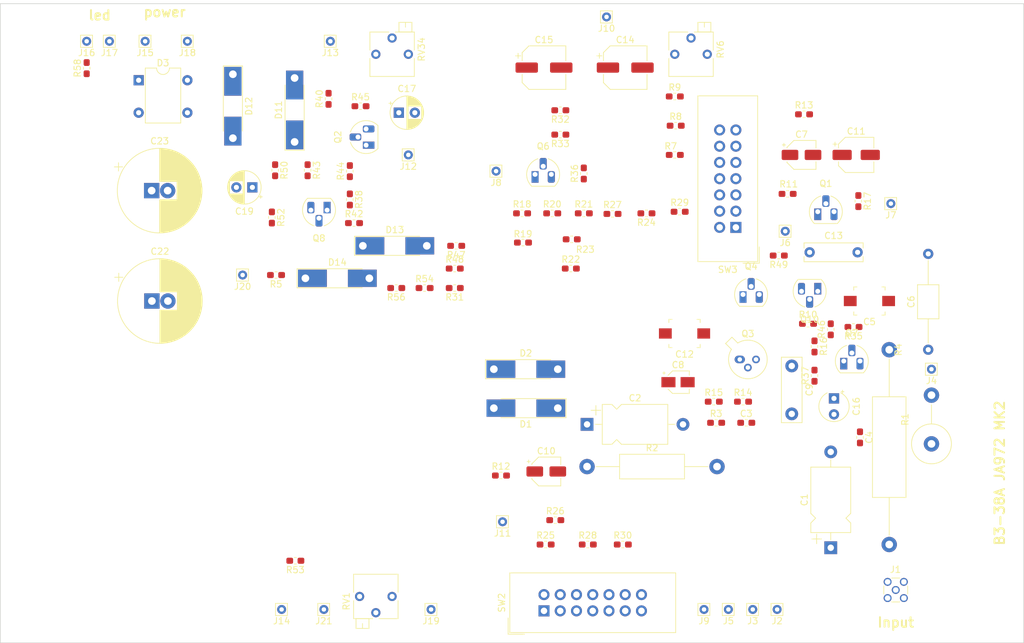
<source format=kicad_pcb>
(kicad_pcb (version 20171130) (host pcbnew "(5.1.2)-1")
  (title_block (title "V3-38A ja972") (date 2019-06-10) (rev v1) (company MYND-ideal))
  (layers (0 F.Cu signal) (31 B.Cu signal) (34 B.Paste user) (35 F.Paste user) (36 B.SilkS user) (37 F.SilkS user) (38 B.Mask user) (39 F.Mask user) (44 Edge.Cuts user))
  (net 0 "")
  (net 1 "Net-(C1-Pad2)")
  (net 2 GNDA)
  (net 3 "Net-(C2-Pad2)")
  (net 4 "Net-(C3-Pad1)")
  (net 5 "Net-(C4-Pad2)")
  (net 6 "Net-(C4-Pad1)")
  (net 7 /P8)
  (net 8 "Net-(C6-Pad2)")
  (net 9 "Net-(C7-Pad1)")
  (net 10 "Net-(C12-Pad1)")
  (net 11 "Net-(C8-Pad1)")
  (net 12 "Net-(C9-Pad1)")
  (net 13 "Net-(C10-Pad1)")
  (net 14 /P7)
  (net 15 "Net-(C11-Pad1)")
  (net 16 "Net-(C13-Pad1)")
  (net 17 "Net-(C14-Pad2)")
  (net 18 "Net-(C14-Pad1)")
  (net 19 "Net-(C15-Pad2)")
  (net 20 "Net-(C16-Pad1)")
  (net 21 "Net-(C17-Pad2)")
  (net 22 "Net-(C17-Pad1)")
  (net 23 "Net-(C19-Pad1)")
  (net 24 "Net-(C22-Pad2)")
  (net 25 "Net-(C23-Pad2)")
  (net 26 "Net-(D1-Pad1)")
  (net 27 "Net-(D3-Pad3)")
  (net 28 "Net-(D3-Pad4)")
  (net 29 "Net-(D11-Pad2)")
  (net 30 "Net-(D11-Pad1)")
  (net 31 "Net-(D13-Pad2)")
  (net 32 "Net-(D14-Pad1)")
  (net 33 "Net-(J9-Pad1)")
  (net 34 /PE2)
  (net 35 "Net-(J14-Pad1)")
  (net 36 "Net-(J16-Pad1)")
  (net 37 "Net-(J19-Pad1)")
  (net 38 "Net-(J20-Pad1)")
  (net 39 "Net-(J21-Pad1)")
  (net 40 "Net-(Q1-Pad2)")
  (net 41 "Net-(Q2-Pad2)")
  (net 42 "Net-(Q4-Pad3)")
  (net 43 "Net-(Q6-Pad1)")
  (net 44 "Net-(Q6-Pad3)")
  (net 45 "Net-(Q6-Pad2)")
  (net 46 "Net-(Q7-Pad3)")
  (net 47 "Net-(Q10-Pad1)")
  (net 48 "Net-(R9-Pad1)")
  (net 49 "Net-(R18-Pad2)")
  (net 50 "Net-(R21-Pad2)")
  (net 51 "Net-(R24-Pad2)")
  (net 52 "Net-(R27-Pad2)")
  (net 53 "Net-(R30-Pad2)")
  (net 54 "Net-(R40-Pad2)")
  (net 55 "Net-(R40-Pad1)")
  (net 56 "Net-(R47-Pad1)")
  (net 57 "Net-(R56-Pad2)")
  (net 58 "Net-(SW2-Pad1)")
  (module Resistor_THT:R_Axial_DIN0516_L15.5mm_D5.0mm_P30.48mm_Horizontal (layer F.Cu) (at 188.976 104.14 270)
    (fp_text reference R4 (at 0 -1.43 90) (layer F.SilkS))
    (fp_text value 5M11)
    (pad 2 thru_hole oval (at 30.48 0 270) (size 2.4 2.4) (drill 1.2) (layers *.Cu *.Mask) (net 5 "Net-(C4-Pad2)"))
    (pad 1 thru_hole circle (at 0 0 270) (size 2.4 2.4) (drill 1.2) (layers *.Cu *.Mask) (net 7 /P8))
  )
  (module Connector_IDC:IDC-Header_2x07_P2.54mm_Vertical (layer F.Cu) (at 165 85 180)
    (fp_text reference SW3 (at 1.27 -6.604) (layer F.SilkS))
    (fp_text value SW_Rotary12)
    (pad 14 thru_hole oval (at 2.54 15.24 180) (size 1.7272 1.7272) (drill 1.016) (layers *.Cu *.Mask))
    (pad 13 thru_hole oval (at 0 15.24 180) (size 1.7272 1.7272) (drill 1.016) (layers *.Cu *.Mask) (net 58 "Net-(SW2-Pad1)"))
    (pad 12 thru_hole oval (at 2.54 12.7 180) (size 1.7272 1.7272) (drill 1.016) (layers *.Cu *.Mask) (net 2 GNDA))
    (pad 11 thru_hole oval (at 0 12.7 180) (size 1.7272 1.7272) (drill 1.016) (layers *.Cu *.Mask) (net 2 GNDA))
    (pad 10 thru_hole oval (at 2.54 10.16 180) (size 1.7272 1.7272) (drill 1.016) (layers *.Cu *.Mask) (net 2 GNDA))
    (pad 9 thru_hole oval (at 0 10.16 180) (size 1.7272 1.7272) (drill 1.016) (layers *.Cu *.Mask) (net 2 GNDA))
    (pad 8 thru_hole oval (at 2.54 7.62 180) (size 1.7272 1.7272) (drill 1.016) (layers *.Cu *.Mask) (net 2 GNDA))
    (pad 7 thru_hole oval (at 0 7.62 180) (size 1.7272 1.7272) (drill 1.016) (layers *.Cu *.Mask) (net 2 GNDA))
    (pad 6 thru_hole oval (at 2.54 5.08 180) (size 1.7272 1.7272) (drill 1.016) (layers *.Cu *.Mask) (net 50 "Net-(R21-Pad2)"))
    (pad 5 thru_hole oval (at 0 5.08 180) (size 1.7272 1.7272) (drill 1.016) (layers *.Cu *.Mask) (net 50 "Net-(R21-Pad2)"))
    (pad 4 thru_hole oval (at 2.54 2.54 180) (size 1.7272 1.7272) (drill 1.016) (layers *.Cu *.Mask) (net 49 "Net-(R18-Pad2)"))
    (pad 3 thru_hole oval (at 0 2.54 180) (size 1.7272 1.7272) (drill 1.016) (layers *.Cu *.Mask) (net 49 "Net-(R18-Pad2)"))
    (pad 2 thru_hole oval (at 2.54 0 180) (size 1.7272 1.7272) (drill 1.016) (layers *.Cu *.Mask) (net 16 "Net-(C13-Pad1)"))
    (pad 1 thru_hole rect (at 0 0 180) (size 1.7272 1.7272) (drill 1.016) (layers *.Cu *.Mask) (net 16 "Net-(C13-Pad1)"))
  )
  (module Connector_IDC:IDC-Header_2x07_P2.54mm_Vertical (layer F.Cu) (at 135 145 90)
    (fp_text reference SW2 (at 1.27 -6.604 90) (layer F.SilkS))
    (fp_text value SW_Rotary12)
    (pad 14 thru_hole oval (at 2.54 15.24 90) (size 1.7272 1.7272) (drill 1.016) (layers *.Cu *.Mask))
    (pad 13 thru_hole oval (at 0 15.24 90) (size 1.7272 1.7272) (drill 1.016) (layers *.Cu *.Mask) (net 33 "Net-(J9-Pad1)"))
    (pad 12 thru_hole oval (at 2.54 12.7 90) (size 1.7272 1.7272) (drill 1.016) (layers *.Cu *.Mask) (net 53 "Net-(R30-Pad2)"))
    (pad 11 thru_hole oval (at 0 12.7 90) (size 1.7272 1.7272) (drill 1.016) (layers *.Cu *.Mask) (net 52 "Net-(R27-Pad2)"))
    (pad 10 thru_hole oval (at 2.54 10.16 90) (size 1.7272 1.7272) (drill 1.016) (layers *.Cu *.Mask) (net 52 "Net-(R27-Pad2)"))
    (pad 9 thru_hole oval (at 0 10.16 90) (size 1.7272 1.7272) (drill 1.016) (layers *.Cu *.Mask) (net 52 "Net-(R27-Pad2)"))
    (pad 8 thru_hole oval (at 2.54 7.62 90) (size 1.7272 1.7272) (drill 1.016) (layers *.Cu *.Mask) (net 51 "Net-(R24-Pad2)"))
    (pad 7 thru_hole oval (at 0 7.62 90) (size 1.7272 1.7272) (drill 1.016) (layers *.Cu *.Mask) (net 51 "Net-(R24-Pad2)"))
    (pad 6 thru_hole oval (at 2.54 5.08 90) (size 1.7272 1.7272) (drill 1.016) (layers *.Cu *.Mask) (net 58 "Net-(SW2-Pad1)"))
    (pad 5 thru_hole oval (at 0 5.08 90) (size 1.7272 1.7272) (drill 1.016) (layers *.Cu *.Mask) (net 58 "Net-(SW2-Pad1)"))
    (pad 4 thru_hole oval (at 2.54 2.54 90) (size 1.7272 1.7272) (drill 1.016) (layers *.Cu *.Mask) (net 58 "Net-(SW2-Pad1)"))
    (pad 3 thru_hole oval (at 0 2.54 90) (size 1.7272 1.7272) (drill 1.016) (layers *.Cu *.Mask) (net 58 "Net-(SW2-Pad1)"))
    (pad 2 thru_hole oval (at 2.54 0 90) (size 1.7272 1.7272) (drill 1.016) (layers *.Cu *.Mask) (net 58 "Net-(SW2-Pad1)"))
    (pad 1 thru_hole rect (at 0 0 90) (size 1.7272 1.7272) (drill 1.016) (layers *.Cu *.Mask) (net 58 "Net-(SW2-Pad1)"))
  )
  (module Potentiometer_THT:Potentiometer_Bourns_3266P_Horizontal (layer F.Cu) (at 113.792 57.912 270)
    (fp_text reference RV34 (at -0.76 -2.065 90) (layer F.SilkS))
    (fp_text value 220k)
    (pad 3 thru_hole circle (at 0 5.08 270) (size 1.44 1.44) (drill 0.8) (layers *.Cu *.Mask) (net 19 "Net-(C15-Pad2)"))
    (pad 2 thru_hole circle (at -2.54 2.54 270) (size 1.44 1.44) (drill 0.8) (layers *.Cu *.Mask) (net 19 "Net-(C15-Pad2)"))
    (pad 1 thru_hole circle (at 0 0 270) (size 1.44 1.44) (drill 0.8) (layers *.Cu *.Mask) (net 54 "Net-(R40-Pad2)"))
  )
  (module Potentiometer_THT:Potentiometer_Bourns_3266P_Horizontal (layer F.Cu) (at 160.528 57.912 270)
    (fp_text reference RV6 (at -0.76 -2.065 90) (layer F.SilkS))
    (fp_text value 33k)
    (pad 3 thru_hole circle (at 0 5.08 270) (size 1.44 1.44) (drill 0.8) (layers *.Cu *.Mask) (net 2 GNDA))
    (pad 2 thru_hole circle (at -2.54 2.54 270) (size 1.44 1.44) (drill 0.8) (layers *.Cu *.Mask) (net 48 "Net-(R9-Pad1)"))
    (pad 1 thru_hole circle (at 0 0 270) (size 1.44 1.44) (drill 0.8) (layers *.Cu *.Mask) (net 9 "Net-(C7-Pad1)"))
  )
  (module Potentiometer_THT:Potentiometer_Bourns_3266P_Horizontal (layer F.Cu) (at 106.172 142.748 90)
    (fp_text reference RV1 (at -0.76 -2.065 90) (layer F.SilkS))
    (fp_text value 220k)
    (pad 3 thru_hole circle (at 0 5.08 90) (size 1.44 1.44) (drill 0.8) (layers *.Cu *.Mask) (net 57 "Net-(R56-Pad2)"))
    (pad 2 thru_hole circle (at -2.54 2.54 90) (size 1.44 1.44) (drill 0.8) (layers *.Cu *.Mask) (net 39 "Net-(J21-Pad1)"))
    (pad 1 thru_hole circle (at 0 0 90) (size 1.44 1.44) (drill 0.8) (layers *.Cu *.Mask) (net 39 "Net-(J21-Pad1)"))
  )
  (module Resistor_SMD:R_0603_1608Metric_Pad1.05x0.95mm_HandSolder (layer F.Cu) (at 63.5 60.085 90)
    (fp_text reference R58 (at 0 -1.43 90) (layer F.SilkS))
    (fp_text value 6k8)
    (pad 2 smd roundrect (at 0.875 0 90) (size 1.05 0.95) (layers F.Cu F.Paste F.Mask) (net 36 "Net-(J16-Pad1)"))
    (pad 1 smd roundrect (at -0.875 0 90) (size 1.05 0.95) (layers F.Cu F.Paste F.Mask) (net 25 "Net-(C23-Pad2)"))
  )
  (module Resistor_SMD:R_0603_1608Metric_Pad1.05x0.95mm_HandSolder (layer F.Cu) (at 111.901 94.488 180)
    (fp_text reference R56 (at 0 -1.43) (layer F.SilkS))
    (fp_text value x)
    (pad 2 smd roundrect (at 0.875 0 180) (size 1.05 0.95) (layers F.Cu F.Paste F.Mask) (net 57 "Net-(R56-Pad2)"))
    (pad 1 smd roundrect (at -0.875 0 180) (size 1.05 0.95) (layers F.Cu F.Paste F.Mask) (net 31 "Net-(D13-Pad2)"))
  )
  (module Resistor_SMD:R_0603_1608Metric_Pad1.05x0.95mm_HandSolder (layer F.Cu) (at 116.332 94.488)
    (fp_text reference R54 (at 0 -1.43) (layer F.SilkS))
    (fp_text value x)
    (pad 2 smd roundrect (at 0.875 0) (size 1.05 0.95) (layers F.Cu F.Paste F.Mask) (net 37 "Net-(J19-Pad1)"))
    (pad 1 smd roundrect (at -0.875 0) (size 1.05 0.95) (layers F.Cu F.Paste F.Mask) (net 31 "Net-(D13-Pad2)"))
  )
  (module Resistor_SMD:R_0603_1608Metric_Pad1.05x0.95mm_HandSolder (layer F.Cu) (at 96.125 137.16 180)
    (fp_text reference R53 (at 0 -1.43) (layer F.SilkS))
    (fp_text value x)
    (pad 2 smd roundrect (at 0.875 0 180) (size 1.05 0.95) (layers F.Cu F.Paste F.Mask) (net 35 "Net-(J14-Pad1)"))
    (pad 1 smd roundrect (at -0.875 0 180) (size 1.05 0.95) (layers F.Cu F.Paste F.Mask) (net 32 "Net-(D14-Pad1)"))
  )
  (module Resistor_SMD:R_0603_1608Metric_Pad1.05x0.95mm_HandSolder (layer F.Cu) (at 92.456 83.453 270)
    (fp_text reference R52 (at 0 -1.43 90) (layer F.SilkS))
    (fp_text value 240)
    (pad 2 smd roundrect (at 0.875 0 270) (size 1.05 0.95) (layers F.Cu F.Paste F.Mask) (net 25 "Net-(C23-Pad2)"))
    (pad 1 smd roundrect (at -0.875 0 270) (size 1.05 0.95) (layers F.Cu F.Paste F.Mask) (net 24 "Net-(C22-Pad2)"))
  )
  (module Resistor_SMD:R_0603_1608Metric_Pad1.05x0.95mm_HandSolder (layer F.Cu) (at 92.964 76.059 270)
    (fp_text reference R50 (at 0 -1.43 90) (layer F.SilkS))
    (fp_text value 1k)
    (pad 2 smd roundrect (at 0.875 0 270) (size 1.05 0.95) (layers F.Cu F.Paste F.Mask) (net 24 "Net-(C22-Pad2)"))
    (pad 1 smd roundrect (at -0.875 0 270) (size 1.05 0.95) (layers F.Cu F.Paste F.Mask) (net 30 "Net-(D11-Pad1)"))
  )
  (module Resistor_SMD:R_0603_1608Metric_Pad1.05x0.95mm_HandSolder (layer F.Cu) (at 171.704 89.408 180)
    (fp_text reference R49 (at 0 -1.43) (layer F.SilkS))
    (fp_text value 91)
    (pad 2 smd roundrect (at 0.875 0 180) (size 1.05 0.95) (layers F.Cu F.Paste F.Mask) (net 24 "Net-(C22-Pad2)"))
    (pad 1 smd roundrect (at -0.875 0 180) (size 1.05 0.95) (layers F.Cu F.Paste F.Mask) (net 47 "Net-(Q10-Pad1)"))
  )
  (module Resistor_SMD:R_0603_1608Metric_Pad1.05x0.95mm_HandSolder (layer F.Cu) (at 121.045 91.44)
    (fp_text reference R48 (at 0 -1.43) (layer F.SilkS))
    (fp_text value x)
    (pad 2 smd roundrect (at 0.875 0) (size 1.05 0.95) (layers F.Cu F.Paste F.Mask) (net 56 "Net-(R47-Pad1)"))
    (pad 1 smd roundrect (at -0.875 0) (size 1.05 0.95) (layers F.Cu F.Paste F.Mask) (net 2 GNDA))
  )
  (module Resistor_SMD:R_0603_1608Metric_Pad1.05x0.95mm_HandSolder (layer F.Cu) (at 121.271 87.884 180)
    (fp_text reference R47 (at 0 -1.43) (layer F.SilkS))
    (fp_text value x)
    (pad 2 smd roundrect (at 0.875 0 180) (size 1.05 0.95) (layers F.Cu F.Paste F.Mask) (net 31 "Net-(D13-Pad2)"))
    (pad 1 smd roundrect (at -0.875 0 180) (size 1.05 0.95) (layers F.Cu F.Paste F.Mask) (net 56 "Net-(R47-Pad1)"))
  )
  (module Resistor_SMD:R_0603_1608Metric_Pad1.05x0.95mm_HandSolder (layer F.Cu) (at 179.832 100.951 90)
    (fp_text reference R46 (at 0 -1.43 90) (layer F.SilkS))
    (fp_text value x)
    (pad 2 smd roundrect (at 0.875 0 90) (size 1.05 0.95) (layers F.Cu F.Paste F.Mask) (net 47 "Net-(Q10-Pad1)"))
    (pad 1 smd roundrect (at -0.875 0 90) (size 1.05 0.95) (layers F.Cu F.Paste F.Mask) (net 34 /PE2))
  )
  (module Resistor_SMD:R_0603_1608Metric_Pad1.05x0.95mm_HandSolder (layer F.Cu) (at 106.313 66.04)
    (fp_text reference R45 (at 0 -1.43) (layer F.SilkS))
    (fp_text value x)
    (pad 2 smd roundrect (at 0.875 0) (size 1.05 0.95) (layers F.Cu F.Paste F.Mask) (net 21 "Net-(C17-Pad2)"))
    (pad 1 smd roundrect (at -0.875 0) (size 1.05 0.95) (layers F.Cu F.Paste F.Mask) (net 2 GNDA))
  )
  (module Resistor_SMD:R_0603_1608Metric_Pad1.05x0.95mm_HandSolder (layer F.Cu) (at 104.648 76.2 90)
    (fp_text reference R44 (at 0 -1.43 90) (layer F.SilkS))
    (fp_text value x)
    (pad 2 smd roundrect (at 0.875 0 90) (size 1.05 0.95) (layers F.Cu F.Paste F.Mask) (net 55 "Net-(R40-Pad1)"))
    (pad 1 smd roundrect (at -0.875 0 90) (size 1.05 0.95) (layers F.Cu F.Paste F.Mask) (net 2 GNDA))
  )
  (module Resistor_SMD:R_0603_1608Metric_Pad1.05x0.95mm_HandSolder (layer F.Cu) (at 98.044 76.059 270)
    (fp_text reference R43 (at 0 -1.43 90) (layer F.SilkS))
    (fp_text value x)
    (pad 2 smd roundrect (at 0.875 0 270) (size 1.05 0.95) (layers F.Cu F.Paste F.Mask) (net 23 "Net-(C19-Pad1)"))
    (pad 1 smd roundrect (at -0.875 0 270) (size 1.05 0.95) (layers F.Cu F.Paste F.Mask) (net 55 "Net-(R40-Pad1)"))
  )
  (module Resistor_SMD:R_0603_1608Metric_Pad1.05x0.95mm_HandSolder (layer F.Cu) (at 105.297 84.328)
    (fp_text reference R42 (at 0 -1.43) (layer F.SilkS))
    (fp_text value x)
    (pad 2 smd roundrect (at 0.875 0) (size 1.05 0.95) (layers F.Cu F.Paste F.Mask) (net 34 /PE2))
    (pad 1 smd roundrect (at -0.875 0) (size 1.05 0.95) (layers F.Cu F.Paste F.Mask) (net 41 "Net-(Q2-Pad2)"))
  )
  (module Resistor_SMD:R_0603_1608Metric_Pad1.05x0.95mm_HandSolder (layer F.Cu) (at 101.318 64.883 90)
    (fp_text reference R40 (at 0 -1.43 90) (layer F.SilkS))
    (fp_text value 33k)
    (pad 2 smd roundrect (at 0.875 0 90) (size 1.05 0.95) (layers F.Cu F.Paste F.Mask) (net 54 "Net-(R40-Pad2)"))
    (pad 1 smd roundrect (at -0.875 0 90) (size 1.05 0.95) (layers F.Cu F.Paste F.Mask) (net 55 "Net-(R40-Pad1)"))
  )
  (module Resistor_SMD:R_0603_1608Metric_Pad1.05x0.95mm_HandSolder (layer F.Cu) (at 104.648 80.631 270)
    (fp_text reference R38 (at 0 -1.43 90) (layer F.SilkS))
    (fp_text value x)
    (pad 2 smd roundrect (at 0.875 0 270) (size 1.05 0.95) (layers F.Cu F.Paste F.Mask) (net 46 "Net-(Q7-Pad3)"))
    (pad 1 smd roundrect (at -0.875 0 270) (size 1.05 0.95) (layers F.Cu F.Paste F.Mask) (net 2 GNDA))
  )
  (module Resistor_SMD:R_0603_1608Metric_Pad1.05x0.95mm_HandSolder (layer F.Cu) (at 177.292 108.204 90)
    (fp_text reference R37 (at 0 -1.43 90) (layer F.SilkS))
    (fp_text value x)
    (pad 2 smd roundrect (at 0.875 0 90) (size 1.05 0.95) (layers F.Cu F.Paste F.Mask) (net 34 /PE2))
    (pad 1 smd roundrect (at -0.875 0 90) (size 1.05 0.95) (layers F.Cu F.Paste F.Mask) (net 20 "Net-(C16-Pad1)"))
  )
  (module Resistor_SMD:R_0603_1608Metric_Pad1.05x0.95mm_HandSolder (layer F.Cu) (at 141.224 76.567 90)
    (fp_text reference R36 (at 0 -1.43 90) (layer F.SilkS))
    (fp_text value x)
    (pad 2 smd roundrect (at 0.875 0 90) (size 1.05 0.95) (layers F.Cu F.Paste F.Mask) (net 44 "Net-(Q6-Pad3)"))
    (pad 1 smd roundrect (at -0.875 0 90) (size 1.05 0.95) (layers F.Cu F.Paste F.Mask) (net 2 GNDA))
  )
  (module Resistor_SMD:R_0603_1608Metric_Pad1.05x0.95mm_HandSolder (layer F.Cu) (at 183.388 100.584 180)
    (fp_text reference R35 (at 0 -1.43) (layer F.SilkS))
    (fp_text value x)
    (pad 2 smd roundrect (at 0.875 0 180) (size 1.05 0.95) (layers F.Cu F.Paste F.Mask) (net 34 /PE2))
    (pad 1 smd roundrect (at -0.875 0 180) (size 1.05 0.95) (layers F.Cu F.Paste F.Mask) (net 43 "Net-(Q6-Pad1)"))
  )
  (module Resistor_SMD:R_0603_1608Metric_Pad1.05x0.95mm_HandSolder (layer F.Cu) (at 137.555 70.485 180)
    (fp_text reference R33 (at 0 -1.43) (layer F.SilkS))
    (fp_text value x)
    (pad 2 smd roundrect (at 0.875 0 180) (size 1.05 0.95) (layers F.Cu F.Paste F.Mask) (net 45 "Net-(Q6-Pad2)"))
    (pad 1 smd roundrect (at -0.875 0 180) (size 1.05 0.95) (layers F.Cu F.Paste F.Mask) (net 17 "Net-(C14-Pad2)"))
  )
  (module Resistor_SMD:R_0603_1608Metric_Pad1.05x0.95mm_HandSolder (layer F.Cu) (at 137.555 66.675 180)
    (fp_text reference R32 (at 0 -1.43) (layer F.SilkS))
    (fp_text value 22k)
    (pad 2 smd roundrect (at 0.875 0 180) (size 1.05 0.95) (layers F.Cu F.Paste F.Mask) (net 19 "Net-(C15-Pad2)"))
    (pad 1 smd roundrect (at -0.875 0 180) (size 1.05 0.95) (layers F.Cu F.Paste F.Mask) (net 17 "Net-(C14-Pad2)"))
  )
  (module Resistor_SMD:R_0603_1608Metric_Pad1.05x0.95mm_HandSolder (layer F.Cu) (at 121.045 94.488 180)
    (fp_text reference R31 (at 0 -1.43) (layer F.SilkS))
    (fp_text value x)
    (pad 2 smd roundrect (at 0.875 0 180) (size 1.05 0.95) (layers F.Cu F.Paste F.Mask) (net 2 GNDA))
    (pad 1 smd roundrect (at -0.875 0 180) (size 1.05 0.95) (layers F.Cu F.Paste F.Mask) (net 53 "Net-(R30-Pad2)"))
  )
  (module Resistor_SMD:R_0603_1608Metric_Pad1.05x0.95mm_HandSolder (layer F.Cu) (at 147.32 134.62)
    (fp_text reference R30 (at 0 -1.43) (layer F.SilkS))
    (fp_text value x)
    (pad 2 smd roundrect (at 0.875 0) (size 1.05 0.95) (layers F.Cu F.Paste F.Mask) (net 53 "Net-(R30-Pad2)"))
    (pad 1 smd roundrect (at -0.875 0) (size 1.05 0.95) (layers F.Cu F.Paste F.Mask) (net 52 "Net-(R27-Pad2)"))
  )
  (module Resistor_SMD:R_0603_1608Metric_Pad1.05x0.95mm_HandSolder (layer F.Cu) (at 156.21 82.55)
    (fp_text reference R29 (at 0 -1.43) (layer F.SilkS))
    (fp_text value x)
    (pad 2 smd roundrect (at 0.875 0) (size 1.05 0.95) (layers F.Cu F.Paste F.Mask) (net 2 GNDA))
    (pad 1 smd roundrect (at -0.875 0) (size 1.05 0.95) (layers F.Cu F.Paste F.Mask) (net 52 "Net-(R27-Pad2)"))
  )
  (module Resistor_SMD:R_0603_1608Metric_Pad1.05x0.95mm_HandSolder (layer F.Cu) (at 141.845 134.62)
    (fp_text reference R28 (at 0 -1.43) (layer F.SilkS))
    (fp_text value x)
    (pad 2 smd roundrect (at 0.875 0) (size 1.05 0.95) (layers F.Cu F.Paste F.Mask) (net 52 "Net-(R27-Pad2)"))
    (pad 1 smd roundrect (at -0.875 0) (size 1.05 0.95) (layers F.Cu F.Paste F.Mask) (net 51 "Net-(R24-Pad2)"))
  )
  (module Resistor_SMD:R_0603_1608Metric_Pad1.05x0.95mm_HandSolder (layer F.Cu) (at 145.71 82.89)
    (fp_text reference R27 (at 0 -1.43) (layer F.SilkS))
    (fp_text value x)
    (pad 2 smd roundrect (at 0.875 0) (size 1.05 0.95) (layers F.Cu F.Paste F.Mask) (net 52 "Net-(R27-Pad2)"))
    (pad 1 smd roundrect (at -0.875 0) (size 1.05 0.95) (layers F.Cu F.Paste F.Mask) (net 51 "Net-(R24-Pad2)"))
  )
  (module Resistor_SMD:R_0603_1608Metric_Pad1.05x0.95mm_HandSolder (layer F.Cu) (at 136.765 130.81)
    (fp_text reference R26 (at 0 -1.43) (layer F.SilkS))
    (fp_text value x)
    (pad 2 smd roundrect (at 0.875 0) (size 1.05 0.95) (layers F.Cu F.Paste F.Mask) (net 2 GNDA))
    (pad 1 smd roundrect (at -0.875 0) (size 1.05 0.95) (layers F.Cu F.Paste F.Mask) (net 51 "Net-(R24-Pad2)"))
  )
  (module Resistor_SMD:R_0603_1608Metric_Pad1.05x0.95mm_HandSolder (layer F.Cu) (at 135.255 134.62)
    (fp_text reference R25 (at 0 -1.43) (layer F.SilkS))
    (fp_text value x)
    (pad 2 smd roundrect (at 0.875 0) (size 1.05 0.95) (layers F.Cu F.Paste F.Mask) (net 51 "Net-(R24-Pad2)"))
    (pad 1 smd roundrect (at -0.875 0) (size 1.05 0.95) (layers F.Cu F.Paste F.Mask) (net 50 "Net-(R21-Pad2)"))
  )
  (module Resistor_SMD:R_0603_1608Metric_Pad1.05x0.95mm_HandSolder (layer F.Cu) (at 151.017 82.804 180)
    (fp_text reference R24 (at 0 -1.43) (layer F.SilkS))
    (fp_text value x)
    (pad 2 smd roundrect (at 0.875 0 180) (size 1.05 0.95) (layers F.Cu F.Paste F.Mask) (net 51 "Net-(R24-Pad2)"))
    (pad 1 smd roundrect (at -0.875 0 180) (size 1.05 0.95) (layers F.Cu F.Paste F.Mask) (net 50 "Net-(R21-Pad2)"))
  )
  (module Resistor_SMD:R_0603_1608Metric_Pad1.05x0.95mm_HandSolder (layer F.Cu) (at 139.333 86.868 180)
    (fp_text reference R23 (at -2.12 -1.595) (layer F.SilkS))
    (fp_text value x)
    (pad 2 smd roundrect (at 0.875 0 180) (size 1.05 0.95) (layers F.Cu F.Paste F.Mask) (net 2 GNDA))
    (pad 1 smd roundrect (at -0.875 0 180) (size 1.05 0.95) (layers F.Cu F.Paste F.Mask) (net 50 "Net-(R21-Pad2)"))
  )
  (module Resistor_SMD:R_0603_1608Metric_Pad1.05x0.95mm_HandSolder (layer F.Cu) (at 139.192 91.44)
    (fp_text reference R22 (at 0 -1.43) (layer F.SilkS))
    (fp_text value x)
    (pad 2 smd roundrect (at 0.875 0) (size 1.05 0.95) (layers F.Cu F.Paste F.Mask) (net 50 "Net-(R21-Pad2)"))
    (pad 1 smd roundrect (at -0.875 0) (size 1.05 0.95) (layers F.Cu F.Paste F.Mask) (net 49 "Net-(R18-Pad2)"))
  )
  (module Resistor_SMD:R_0603_1608Metric_Pad1.05x0.95mm_HandSolder (layer F.Cu) (at 141.224 82.804)
    (fp_text reference R21 (at 0 -1.43) (layer F.SilkS))
    (fp_text value x)
    (pad 2 smd roundrect (at 0.875 0) (size 1.05 0.95) (layers F.Cu F.Paste F.Mask) (net 50 "Net-(R21-Pad2)"))
    (pad 1 smd roundrect (at -0.875 0) (size 1.05 0.95) (layers F.Cu F.Paste F.Mask) (net 49 "Net-(R18-Pad2)"))
  )
  (module Resistor_SMD:R_0603_1608Metric_Pad1.05x0.95mm_HandSolder (layer F.Cu) (at 136.285 82.804)
    (fp_text reference R20 (at 0 -1.43) (layer F.SilkS))
    (fp_text value x)
    (pad 2 smd roundrect (at 0.875 0) (size 1.05 0.95) (layers F.Cu F.Paste F.Mask) (net 2 GNDA))
    (pad 1 smd roundrect (at -0.875 0) (size 1.05 0.95) (layers F.Cu F.Paste F.Mask) (net 49 "Net-(R18-Pad2)"))
  )
  (module Resistor_SMD:R_0603_1608Metric_Pad1.05x0.95mm_HandSolder (layer F.Cu) (at 131.713 87.376)
    (fp_text reference R19 (at 0 -1.334) (layer F.SilkS))
    (fp_text value x)
    (pad 2 smd roundrect (at 0.875 0) (size 1.05 0.95) (layers F.Cu F.Paste F.Mask) (net 49 "Net-(R18-Pad2)"))
    (pad 1 smd roundrect (at -0.875 0) (size 1.05 0.95) (layers F.Cu F.Paste F.Mask) (net 14 /P7))
  )
  (module Resistor_SMD:R_0603_1608Metric_Pad1.05x0.95mm_HandSolder (layer F.Cu) (at 131.572 82.804)
    (fp_text reference R18 (at 0 -1.43) (layer F.SilkS))
    (fp_text value x)
    (pad 2 smd roundrect (at 0.875 0) (size 1.05 0.95) (layers F.Cu F.Paste F.Mask) (net 49 "Net-(R18-Pad2)"))
    (pad 1 smd roundrect (at -0.875 0) (size 1.05 0.95) (layers F.Cu F.Paste F.Mask) (net 14 /P7))
  )
  (module Resistor_SMD:R_0603_1608Metric_Pad1.05x0.95mm_HandSolder (layer F.Cu) (at 184.15 80.885 270)
    (fp_text reference R17 (at 0 -1.43 90) (layer F.SilkS))
    (fp_text value x)
    (pad 2 smd roundrect (at 0.875 0 270) (size 1.05 0.95) (layers F.Cu F.Paste F.Mask) (net 16 "Net-(C13-Pad1)"))
    (pad 1 smd roundrect (at -0.875 0 270) (size 1.05 0.95) (layers F.Cu F.Paste F.Mask) (net 14 /P7))
  )
  (module Resistor_SMD:R_0603_1608Metric_Pad1.05x0.95mm_HandSolder (layer F.Cu) (at 177.292 103.632 270)
    (fp_text reference R16 (at 0 -1.43 90) (layer F.SilkS))
    (fp_text value x)
    (pad 2 smd roundrect (at 0.875 0 270) (size 1.05 0.95) (layers F.Cu F.Paste F.Mask) (net 34 /PE2))
    (pad 1 smd roundrect (at -0.875 0 270) (size 1.05 0.95) (layers F.Cu F.Paste F.Mask) (net 9 "Net-(C7-Pad1)"))
  )
  (module Resistor_SMD:R_0603_1608Metric_Pad1.05x0.95mm_HandSolder (layer F.Cu) (at 161.544 112.268)
    (fp_text reference R15 (at 0 -1.43) (layer F.SilkS))
    (fp_text value x)
    (pad 2 smd roundrect (at 0.875 0) (size 1.05 0.95) (layers F.Cu F.Paste F.Mask) (net 10 "Net-(C12-Pad1)"))
    (pad 1 smd roundrect (at -0.875 0) (size 1.05 0.95) (layers F.Cu F.Paste F.Mask) (net 2 GNDA))
  )
  (module Resistor_SMD:R_0603_1608Metric_Pad1.05x0.95mm_HandSolder (layer F.Cu) (at 166.116 112.268)
    (fp_text reference R14 (at 0 -1.43) (layer F.SilkS))
    (fp_text value 1k)
    (pad 2 smd roundrect (at 0.875 0) (size 1.05 0.95) (layers F.Cu F.Paste F.Mask) (net 15 "Net-(C11-Pad1)"))
    (pad 1 smd roundrect (at -0.875 0) (size 1.05 0.95) (layers F.Cu F.Paste F.Mask) (net 10 "Net-(C12-Pad1)"))
  )
  (module Resistor_SMD:R_0603_1608Metric_Pad1.05x0.95mm_HandSolder (layer F.Cu) (at 175.655 67.31)
    (fp_text reference R13 (at 0 -1.43) (layer F.SilkS))
    (fp_text value 220k)
    (pad 2 smd roundrect (at 0.875 0) (size 1.05 0.95) (layers F.Cu F.Paste F.Mask) (net 13 "Net-(C10-Pad1)"))
    (pad 1 smd roundrect (at -0.875 0) (size 1.05 0.95) (layers F.Cu F.Paste F.Mask) (net 2 GNDA))
  )
  (module Resistor_SMD:R_0603_1608Metric_Pad1.05x0.95mm_HandSolder (layer F.Cu) (at 128.27 123.825)
    (fp_text reference R12 (at 0 -1.43) (layer F.SilkS))
    (fp_text value 220k)
    (pad 2 smd roundrect (at 0.875 0) (size 1.05 0.95) (layers F.Cu F.Paste F.Mask) (net 42 "Net-(Q4-Pad3)"))
    (pad 1 smd roundrect (at -0.875 0) (size 1.05 0.95) (layers F.Cu F.Paste F.Mask) (net 13 "Net-(C10-Pad1)"))
  )
  (module Resistor_SMD:R_0603_1608Metric_Pad1.05x0.95mm_HandSolder (layer F.Cu) (at 173.087 79.756)
    (fp_text reference R11 (at 0.171267 -1.524) (layer F.SilkS))
    (fp_text value x)
    (pad 2 smd roundrect (at 0.875 0) (size 1.05 0.95) (layers F.Cu F.Paste F.Mask) (net 9 "Net-(C7-Pad1)"))
    (pad 1 smd roundrect (at -0.875 0) (size 1.05 0.95) (layers F.Cu F.Paste F.Mask) (net 40 "Net-(Q1-Pad2)"))
  )
  (module Resistor_SMD:R_0603_1608Metric_Pad1.05x0.95mm_HandSolder (layer F.Cu) (at 176.276 100.076)
    (fp_text reference R10 (at 0 -1.43) (layer F.SilkS))
    (fp_text value x)
    (pad 2 smd roundrect (at 0.875 0) (size 1.05 0.95) (layers F.Cu F.Paste F.Mask) (net 9 "Net-(C7-Pad1)"))
    (pad 1 smd roundrect (at -0.875 0) (size 1.05 0.95) (layers F.Cu F.Paste F.Mask) (net 12 "Net-(C9-Pad1)"))
  )
  (module Resistor_SMD:R_0603_1608Metric_Pad1.05x0.95mm_HandSolder (layer F.Cu) (at 155.448 64.516)
    (fp_text reference R9 (at 0 -1.43) (layer F.SilkS))
    (fp_text value 220k)
    (pad 2 smd roundrect (at 0.875 0) (size 1.05 0.95) (layers F.Cu F.Paste F.Mask) (net 11 "Net-(C8-Pad1)"))
    (pad 1 smd roundrect (at -0.875 0) (size 1.05 0.95) (layers F.Cu F.Paste F.Mask) (net 48 "Net-(R9-Pad1)"))
  )
  (module Resistor_SMD:R_0603_1608Metric_Pad1.05x0.95mm_HandSolder (layer F.Cu) (at 155.589 69.088)
    (fp_text reference R8 (at 0 -1.43) (layer F.SilkS))
    (fp_text value 2M7)
    (pad 2 smd roundrect (at 0.875 0) (size 1.05 0.95) (layers F.Cu F.Paste F.Mask) (net 26 "Net-(D1-Pad1)"))
    (pad 1 smd roundrect (at -0.875 0) (size 1.05 0.95) (layers F.Cu F.Paste F.Mask) (net 11 "Net-(C8-Pad1)"))
  )
  (module Resistor_SMD:R_0603_1608Metric_Pad1.05x0.95mm_HandSolder (layer F.Cu) (at 155.448 73.66)
    (fp_text reference R7 (at -0.634 -1.372) (layer F.SilkS))
    (fp_text value 510)
    (pad 2 smd roundrect (at 0.875 0) (size 1.05 0.95) (layers F.Cu F.Paste F.Mask) (net 8 "Net-(C6-Pad2)"))
    (pad 1 smd roundrect (at -0.875 0) (size 1.05 0.95) (layers F.Cu F.Paste F.Mask) (net 26 "Net-(D1-Pad1)"))
  )
  (module Resistor_SMD:R_0603_1608Metric_Pad1.05x0.95mm_HandSolder (layer F.Cu) (at 93.105 92.456 180)
    (fp_text reference R5 (at 0 -1.43) (layer F.SilkS))
    (fp_text value x)
    (pad 2 smd roundrect (at 0.875 0 180) (size 1.05 0.95) (layers F.Cu F.Paste F.Mask) (net 38 "Net-(J20-Pad1)"))
    (pad 1 smd roundrect (at -0.875 0 180) (size 1.05 0.95) (layers F.Cu F.Paste F.Mask) (net 32 "Net-(D14-Pad1)"))
  )
  (module Resistor_SMD:R_0603_1608Metric_Pad1.05x0.95mm_HandSolder (layer F.Cu) (at 161.911 115.57)
    (fp_text reference R3 (at 0 -1.43) (layer F.SilkS))
    (fp_text value 7k5)
    (pad 2 smd roundrect (at 0.875 0) (size 1.05 0.95) (layers F.Cu F.Paste F.Mask) (net 4 "Net-(C3-Pad1)"))
    (pad 1 smd roundrect (at -0.875 0) (size 1.05 0.95) (layers F.Cu F.Paste F.Mask) (net 2 GNDA))
  )
  (module Resistor_THT:R_Axial_DIN0411_L9.9mm_D3.6mm_P20.32mm_Horizontal (layer F.Cu) (at 141.732 122.428)
    (fp_text reference R2 (at 10.16 -2.92) (layer F.SilkS))
    (fp_text value 5k11)
    (pad 2 thru_hole oval (at 20.32 0) (size 2.4 2.4) (drill 1.2) (layers *.Cu *.Mask) (net 3 "Net-(C2-Pad2)"))
    (pad 1 thru_hole circle (at 0 0) (size 2.4 2.4) (drill 1.2) (layers *.Cu *.Mask) (net 2 GNDA))
  )
  (module Resistor_THT:R_Axial_DIN0617_L17.0mm_D6.0mm_P7.62mm_Vertical (layer F.Cu) (at 195.58 118.872 90)
    (fp_text reference R1 (at 3.81 -4.12 90) (layer F.SilkS))
    (fp_text value 5M11)
    (pad 2 thru_hole oval (at 7.62 0 90) (size 2.4 2.4) (drill 1.2) (layers *.Cu *.Mask) (net 3 "Net-(C2-Pad2)"))
    (pad 1 thru_hole circle (at 0 0 90) (size 2.4 2.4) (drill 1.2) (layers *.Cu *.Mask) (net 1 "Net-(C1-Pad2)"))
  )
  (module Package_TO_SOT_THT:TO-92_HandSolder (layer F.Cu) (at 177.8 94.996 180)
    (fp_text reference Q10 (at 1.27 -4.4) (layer F.SilkS))
    (fp_text value 3107B)
    (pad 1 thru_hole rect (at 0 0 180) (size 1.1 1.8) (drill 0.75 (offset 0 0.4)) (layers *.Cu *.Mask) (net 47 "Net-(Q10-Pad1)"))
    (pad 3 thru_hole roundrect (at 2.54 0 180) (size 1.1 1.8) (drill 0.75 (offset 0 0.4)) (layers *.Cu *.Mask) (net 34 /PE2))
    (pad 2 thru_hole roundrect (at 1.27 -1.27 180) (size 1.1 1.8) (drill 0.75 (offset 0 -0.4)) (layers *.Cu *.Mask) (net 30 "Net-(D11-Pad1)"))
  )
  (module Package_TO_SOT_THT:TO-92_HandSolder (layer F.Cu) (at 101.092 82.296 180)
    (fp_text reference Q8 (at 1.27 -4.4) (layer F.SilkS))
    (fp_text value 3107B)
    (pad 1 thru_hole rect (at 0 0 180) (size 1.1 1.8) (drill 0.75 (offset 0 0.4)) (layers *.Cu *.Mask) (net 41 "Net-(Q2-Pad2)"))
    (pad 3 thru_hole roundrect (at 2.54 0 180) (size 1.1 1.8) (drill 0.75 (offset 0 0.4)) (layers *.Cu *.Mask) (net 23 "Net-(C19-Pad1)"))
    (pad 2 thru_hole roundrect (at 1.27 -1.27 180) (size 1.1 1.8) (drill 0.75 (offset 0 -0.4)) (layers *.Cu *.Mask) (net 46 "Net-(Q7-Pad3)"))
  )
  (module Package_TO_SOT_THT:TO-92_HandSolder (layer F.Cu) (at 181.864 105.918)
    (fp_text reference Q7 (at 1.27 -4.4) (layer F.SilkS))
    (fp_text value 3107B)
    (pad 1 thru_hole rect (at 0 0) (size 1.1 1.8) (drill 0.75 (offset 0 0.4)) (layers *.Cu *.Mask) (net 20 "Net-(C16-Pad1)"))
    (pad 3 thru_hole roundrect (at 2.54 0) (size 1.1 1.8) (drill 0.75 (offset 0 0.4)) (layers *.Cu *.Mask) (net 46 "Net-(Q7-Pad3)"))
    (pad 2 thru_hole roundrect (at 1.27 -1.27) (size 1.1 1.8) (drill 0.75 (offset 0 -0.4)) (layers *.Cu *.Mask) (net 43 "Net-(Q6-Pad1)"))
  )
  (module Package_TO_SOT_THT:TO-92_HandSolder (layer F.Cu) (at 133.604 76.708)
    (fp_text reference Q6 (at 1.27 -4.4) (layer F.SilkS))
    (fp_text value 3107B)
    (pad 1 thru_hole rect (at 0 0) (size 1.1 1.8) (drill 0.75 (offset 0 0.4)) (layers *.Cu *.Mask) (net 43 "Net-(Q6-Pad1)"))
    (pad 3 thru_hole roundrect (at 2.54 0) (size 1.1 1.8) (drill 0.75 (offset 0 0.4)) (layers *.Cu *.Mask) (net 44 "Net-(Q6-Pad3)"))
    (pad 2 thru_hole roundrect (at 1.27 -1.27) (size 1.1 1.8) (drill 0.75 (offset 0 -0.4)) (layers *.Cu *.Mask) (net 45 "Net-(Q6-Pad2)"))
  )
  (module Package_TO_SOT_THT:TO-92_HandSolder (layer F.Cu) (at 166.116 95.504)
    (fp_text reference Q4 (at 1.27 -4.4) (layer F.SilkS))
    (fp_text value 3107B)
    (pad 1 thru_hole rect (at 0 0) (size 1.1 1.8) (drill 0.75 (offset 0 0.4)) (layers *.Cu *.Mask) (net 40 "Net-(Q1-Pad2)"))
    (pad 3 thru_hole roundrect (at 2.54 0) (size 1.1 1.8) (drill 0.75 (offset 0 0.4)) (layers *.Cu *.Mask) (net 42 "Net-(Q4-Pad3)"))
    (pad 2 thru_hole roundrect (at 1.27 -1.27) (size 1.1 1.8) (drill 0.75 (offset 0 -0.4)) (layers *.Cu *.Mask) (net 12 "Net-(C9-Pad1)"))
  )
  (module Package_TO_SOT_THT:TO-18-3 (layer F.Cu) (at 165.608 105.664)
    (fp_text reference Q3 (at 1.27 -4.02) (layer F.SilkS))
    (fp_text value kp103l)
    (pad 3 thru_hole oval (at 2.54 0) (size 1.2 1.2) (drill 0.7) (layers *.Cu *.Mask) (net 12 "Net-(C9-Pad1)"))
    (pad 2 thru_hole oval (at 1.27 1.27) (size 1.2 1.2) (drill 0.7) (layers *.Cu *.Mask) (net 26 "Net-(D1-Pad1)"))
    (pad 1 thru_hole oval (at 0 0) (size 1.6 1.2) (drill 0.7) (layers *.Cu *.Mask) (net 10 "Net-(C12-Pad1)"))
  )
  (module Package_TO_SOT_THT:TO-92_HandSolder (layer F.Cu) (at 107.188 72.136 90)
    (fp_text reference Q2 (at 1.27 -4.4 90) (layer F.SilkS))
    (fp_text value 3107B)
    (pad 1 thru_hole rect (at 0 0 90) (size 1.1 1.8) (drill 0.75 (offset 0 0.4)) (layers *.Cu *.Mask) (net 34 /PE2))
    (pad 3 thru_hole roundrect (at 2.54 0 90) (size 1.1 1.8) (drill 0.75 (offset 0 0.4)) (layers *.Cu *.Mask) (net 21 "Net-(C17-Pad2)"))
    (pad 2 thru_hole roundrect (at 1.27 -1.27 90) (size 1.1 1.8) (drill 0.75 (offset 0 -0.4)) (layers *.Cu *.Mask) (net 41 "Net-(Q2-Pad2)"))
  )
  (module Package_TO_SOT_THT:TO-92_HandSolder (layer F.Cu) (at 177.8 82.55)
    (fp_text reference Q1 (at 1.27 -4.4) (layer F.SilkS))
    (fp_text value 3107B)
    (pad 1 thru_hole rect (at 0 0) (size 1.1 1.8) (drill 0.75 (offset 0 0.4)) (layers *.Cu *.Mask) (net 9 "Net-(C7-Pad1)"))
    (pad 3 thru_hole roundrect (at 2.54 0) (size 1.1 1.8) (drill 0.75 (offset 0 0.4)) (layers *.Cu *.Mask) (net 15 "Net-(C11-Pad1)"))
    (pad 2 thru_hole roundrect (at 1.27 -1.27) (size 1.1 1.8) (drill 0.75 (offset 0 -0.4)) (layers *.Cu *.Mask) (net 40 "Net-(Q1-Pad2)"))
  )
  (module Connector_Pin:Pin_D0.7mm_L6.5mm_W1.8mm_FlatFork (layer F.Cu) (at 100.584 144.78)
    (fp_text reference J21 (at 0 1.8) (layer F.SilkS))
    (fp_text value P5)
    (pad 1 thru_hole circle (at 0 0) (size 1.4 1.4) (drill 0.7) (layers *.Cu *.Mask) (net 39 "Net-(J21-Pad1)"))
  )
  (module Connector_Pin:Pin_D0.7mm_L6.5mm_W1.8mm_FlatFork (layer F.Cu) (at 87.884 92.456)
    (fp_text reference J20 (at 0 1.8) (layer F.SilkS))
    (fp_text value P5)
    (pad 1 thru_hole circle (at 0 0) (size 1.4 1.4) (drill 0.7) (layers *.Cu *.Mask) (net 38 "Net-(J20-Pad1)"))
  )
  (module Connector_Pin:Pin_D0.7mm_L6.5mm_W1.8mm_FlatFork (layer F.Cu) (at 117.348 144.78)
    (fp_text reference J19 (at 0 1.8) (layer F.SilkS))
    (fp_text value P5)
    (pad 1 thru_hole circle (at 0 0) (size 1.4 1.4) (drill 0.7) (layers *.Cu *.Mask) (net 37 "Net-(J19-Pad1)"))
  )
  (module Connector_Pin:Pin_D0.7mm_L6.5mm_W1.8mm_FlatFork (layer F.Cu) (at 79.248 55.88)
    (fp_text reference J18 (at 0 1.8) (layer F.SilkS))
    (fp_text value P3)
    (pad 1 thru_hole circle (at 0 0) (size 1.4 1.4) (drill 0.7) (layers *.Cu *.Mask) (net 28 "Net-(D3-Pad4)"))
  )
  (module Connector_Pin:Pin_D0.7mm_L6.5mm_W1.8mm_FlatFork (layer F.Cu) (at 67.056 55.88)
    (fp_text reference J17 (at 0 1.8) (layer F.SilkS))
    (fp_text value P1)
    (pad 1 thru_hole circle (at 0 0) (size 1.4 1.4) (drill 0.7) (layers *.Cu *.Mask) (net 27 "Net-(D3-Pad3)"))
  )
  (module Connector_Pin:Pin_D0.7mm_L6.5mm_W1.8mm_FlatFork (layer F.Cu) (at 63.5 55.88)
    (fp_text reference J16 (at 0 1.8) (layer F.SilkS))
    (fp_text value P4)
    (pad 1 thru_hole circle (at 0 0) (size 1.4 1.4) (drill 0.7) (layers *.Cu *.Mask) (net 36 "Net-(J16-Pad1)"))
  )
  (module Connector_Pin:Pin_D0.7mm_L6.5mm_W1.8mm_FlatFork (layer F.Cu) (at 72.644 55.88)
    (fp_text reference J15 (at 0 1.8) (layer F.SilkS))
    (fp_text value P2)
    (pad 1 thru_hole circle (at 0 0) (size 1.4 1.4) (drill 0.7) (layers *.Cu *.Mask) (net 2 GNDA))
  )
  (module Connector_Pin:Pin_D0.7mm_L6.5mm_W1.8mm_FlatFork (layer F.Cu) (at 93.98 144.78)
    (fp_text reference J14 (at 0 1.8) (layer F.SilkS))
    (fp_text value P6)
    (pad 1 thru_hole circle (at 0 0) (size 1.4 1.4) (drill 0.7) (layers *.Cu *.Mask) (net 35 "Net-(J14-Pad1)"))
  )
  (module Connector_Pin:Pin_D0.7mm_L6.5mm_W1.8mm_FlatFork (layer F.Cu) (at 101.6 55.88)
    (fp_text reference J13 (at 0 1.8) (layer F.SilkS))
    (fp_text value E3)
    (pad 1 thru_hole circle (at 0 0) (size 1.4 1.4) (drill 0.7) (layers *.Cu *.Mask) (net 21 "Net-(C17-Pad2)"))
  )
  (module Connector_Pin:Pin_D0.7mm_L6.5mm_W1.8mm_FlatFork (layer F.Cu) (at 113.792 73.66)
    (fp_text reference J12 (at 0 1.8) (layer F.SilkS))
    (fp_text value E2)
    (pad 1 thru_hole circle (at 0 0) (size 1.4 1.4) (drill 0.7) (layers *.Cu *.Mask) (net 34 /PE2))
  )
  (module Connector_Pin:Pin_D0.7mm_L6.5mm_W1.8mm_FlatFork (layer F.Cu) (at 128.524 131.064)
    (fp_text reference J11 (at 0 1.8) (layer F.SilkS))
    (fp_text value P11)
    (pad 1 thru_hole circle (at 0 0) (size 1.4 1.4) (drill 0.7) (layers *.Cu *.Mask) (net 2 GNDA))
  )
  (module Connector_Pin:Pin_D0.7mm_L6.5mm_W1.8mm_FlatFork (layer F.Cu) (at 144.78 52.07)
    (fp_text reference J10 (at 0 1.8) (layer F.SilkS))
    (fp_text value P10)
    (pad 1 thru_hole circle (at 0 0) (size 1.4 1.4) (drill 0.7) (layers *.Cu *.Mask) (net 18 "Net-(C14-Pad1)"))
  )
  (module Connector_Pin:Pin_D0.7mm_L6.5mm_W1.8mm_FlatFork (layer F.Cu) (at 160.02 144.78)
    (fp_text reference J9 (at 0 1.8) (layer F.SilkS))
    (fp_text value P10)
    (pad 1 thru_hole circle (at 0 0) (size 1.4 1.4) (drill 0.7) (layers *.Cu *.Mask) (net 33 "Net-(J9-Pad1)"))
  )
  (module Connector_Pin:Pin_D0.7mm_L6.5mm_W1.8mm_FlatFork (layer F.Cu) (at 127.508 76.2)
    (fp_text reference J8 (at 0 1.8) (layer F.SilkS))
    (fp_text value P7)
    (pad 1 thru_hole circle (at 0 0) (size 1.4 1.4) (drill 0.7) (layers *.Cu *.Mask) (net 14 /P7))
  )
  (module Connector_Pin:Pin_D0.7mm_L6.5mm_W1.8mm_FlatFork (layer F.Cu) (at 189.23 81.28)
    (fp_text reference J7 (at 0 1.8) (layer F.SilkS))
    (fp_text value P7)
    (pad 1 thru_hole circle (at 0 0) (size 1.4 1.4) (drill 0.7) (layers *.Cu *.Mask) (net 14 /P7))
  )
  (module Connector_Pin:Pin_D0.7mm_L6.5mm_W1.8mm_FlatFork (layer F.Cu) (at 172.72 85.6)
    (fp_text reference J6 (at 0 1.8) (layer F.SilkS))
    (fp_text value E1)
    (pad 1 thru_hole circle (at 0 0) (size 1.4 1.4) (drill 0.7) (layers *.Cu *.Mask) (net 15 "Net-(C11-Pad1)"))
  )
  (module Connector_Pin:Pin_D0.7mm_L6.5mm_W1.8mm_FlatFork (layer F.Cu) (at 163.83 144.78)
    (fp_text reference J5 (at 0 1.8) (layer F.SilkS))
    (fp_text value PGM_SWITCH2)
    (pad 1 thru_hole circle (at 0 0) (size 1.4 1.4) (drill 0.7) (layers *.Cu *.Mask) (net 7 /P8))
  )
  (module Connector_Pin:Pin_D0.7mm_L6.5mm_W1.8mm_FlatFork (layer F.Cu) (at 195.58 107.188)
    (fp_text reference J4 (at 0 1.8) (layer F.SilkS))
    (fp_text value PGM_SWITCH3)
    (pad 1 thru_hole circle (at 0 0) (size 1.4 1.4) (drill 0.7) (layers *.Cu *.Mask) (net 3 "Net-(C2-Pad2)"))
  )
  (module Connector_Pin:Pin_D0.7mm_L6.5mm_W1.8mm_FlatFork (layer F.Cu) (at 167.64 144.78)
    (fp_text reference J3 (at 0 1.8) (layer F.SilkS))
    (fp_text value PGM_SWITCH2)
    (pad 1 thru_hole circle (at 0 0) (size 1.4 1.4) (drill 0.7) (layers *.Cu *.Mask) (net 7 /P8))
  )
  (module Connector_Pin:Pin_D0.7mm_L6.5mm_W1.8mm_FlatFork (layer F.Cu) (at 171.45 144.78)
    (fp_text reference J2 (at 0 1.8) (layer F.SilkS))
    (fp_text value PGM_SWITCH1)
    (pad 1 thru_hole circle (at 0 0) (size 1.4 1.4) (drill 0.7) (layers *.Cu *.Mask) (net 5 "Net-(C4-Pad2)"))
  )
  (module Connector_Coaxial:MMCX_Molex_73415-1471_Vertical (layer F.Cu) (at 189.992 141.732)
    (fp_text reference J1 (at -0.04 -3.2) (layer F.SilkS))
    (fp_text value Conn_Coaxial)
    (pad 2 thru_hole circle (at -1.27 1.27) (size 1.24 1.24) (drill 0.84) (layers *.Cu *.Mask) (net 2 GNDA))
    (pad 2 thru_hole circle (at 1.27 -1.27) (size 1.24 1.24) (drill 0.84) (layers *.Cu *.Mask) (net 2 GNDA))
    (pad 2 thru_hole circle (at 1.27 1.27) (size 1.24 1.24) (drill 0.84) (layers *.Cu *.Mask) (net 2 GNDA))
    (pad 2 thru_hole circle (at -1.27 -1.27) (size 1.24 1.24) (drill 0.84) (layers *.Cu *.Mask) (net 2 GNDA))
    (pad 1 thru_hole circle (at 0 0) (size 1.24 1.24) (drill 0.84) (layers *.Cu *.Mask) (net 5 "Net-(C4-Pad2)"))
  )
  (module Diode_SMD:D_MELF-RM10_Universal_Handsoldering (layer F.Cu) (at 102.696 92.964)
    (fp_text reference D14 (at 0 -2.5) (layer F.SilkS))
    (fp_text value KD522B)
    (pad 2 thru_hole rect (at 5 0 180) (size 4.5 2.7) (drill 1.19888 (offset 1.1 0)) (layers *.Cu *.Mask) (net 22 "Net-(C17-Pad1)"))
    (pad 1 thru_hole rect (at -5 0) (size 4.5 2.7) (drill 1.19888 (offset 1.1 0)) (layers *.Cu *.Mask) (net 32 "Net-(D14-Pad1)"))
  )
  (module Diode_SMD:D_MELF-RM10_Universal_Handsoldering (layer F.Cu) (at 111.68 87.884)
    (fp_text reference D13 (at 0 -2.5) (layer F.SilkS))
    (fp_text value KD522B)
    (pad 2 thru_hole rect (at 5 0 180) (size 4.5 2.7) (drill 1.19888 (offset 1.1 0)) (layers *.Cu *.Mask) (net 31 "Net-(D13-Pad2)"))
    (pad 1 thru_hole rect (at -5 0) (size 4.5 2.7) (drill 1.19888 (offset 1.1 0)) (layers *.Cu *.Mask) (net 22 "Net-(C17-Pad1)"))
  )
  (module Diode_SMD:D_MELF-RM10_Universal_Handsoldering (layer F.Cu) (at 86.36 66.04 270)
    (fp_text reference D12 (at 0 -2.5 90) (layer F.SilkS))
    (fp_text value 12V)
    (pad 2 thru_hole rect (at 5 0 90) (size 4.5 2.7) (drill 1.19888 (offset 1.1 0)) (layers *.Cu *.Mask) (net 2 GNDA))
    (pad 1 thru_hole rect (at -5 0 270) (size 4.5 2.7) (drill 1.19888 (offset 1.1 0)) (layers *.Cu *.Mask) (net 29 "Net-(D11-Pad2)"))
  )
  (module Diode_SMD:D_MELF-RM10_Universal_Handsoldering (layer F.Cu) (at 96.012 66.628 90)
    (fp_text reference D11 (at 0 -2.5 90) (layer F.SilkS))
    (fp_text value 12V)
    (pad 2 thru_hole rect (at 5 0 270) (size 4.5 2.7) (drill 1.19888 (offset 1.1 0)) (layers *.Cu *.Mask) (net 29 "Net-(D11-Pad2)"))
    (pad 1 thru_hole rect (at -5 0 90) (size 4.5 2.7) (drill 1.19888 (offset 1.1 0)) (layers *.Cu *.Mask) (net 30 "Net-(D11-Pad1)"))
  )
  (module Diode_THT:Diode_Bridge_DIP-4_W7.62mm_P5.08mm (layer F.Cu) (at 71.628 61.976)
    (fp_text reference D3 (at 3.8 -2.7) (layer F.SilkS))
    (fp_text value D_Bridge_+-AA)
    (pad 1 thru_hole rect (at 0 0) (size 1.6 1.6) (drill 0.8) (layers *.Cu *.Mask) (net 2 GNDA))
    (pad 3 thru_hole oval (at 7.62 5.08) (size 1.6 1.6) (drill 0.8) (layers *.Cu *.Mask) (net 27 "Net-(D3-Pad3)"))
    (pad 2 thru_hole oval (at 0 5.08) (size 1.6 1.6) (drill 0.8) (layers *.Cu *.Mask) (net 25 "Net-(C23-Pad2)"))
    (pad 4 thru_hole oval (at 7.62 0) (size 1.6 1.6) (drill 0.8) (layers *.Cu *.Mask) (net 28 "Net-(D3-Pad4)"))
  )
  (module Diode_SMD:D_MELF-RM10_Universal_Handsoldering (layer F.Cu) (at 132.16 107.188)
    (fp_text reference D2 (at 0 -2.5) (layer F.SilkS))
    (fp_text value KD522B)
    (pad 2 thru_hole rect (at 5 0 180) (size 4.5 2.7) (drill 1.19888 (offset 1.1 0)) (layers *.Cu *.Mask) (net 26 "Net-(D1-Pad1)"))
    (pad 1 thru_hole rect (at -5 0) (size 4.5 2.7) (drill 1.19888 (offset 1.1 0)) (layers *.Cu *.Mask) (net 11 "Net-(C8-Pad1)"))
  )
  (module Diode_SMD:D_MELF-RM10_Universal_Handsoldering (layer F.Cu) (at 132.16 113.284 180)
    (fp_text reference D1 (at 0 -2.5) (layer F.SilkS))
    (fp_text value KD522B)
    (pad 2 thru_hole rect (at 5 0) (size 4.5 2.7) (drill 1.19888 (offset 1.1 0)) (layers *.Cu *.Mask) (net 11 "Net-(C8-Pad1)"))
    (pad 1 thru_hole rect (at -5 0 180) (size 4.5 2.7) (drill 1.19888 (offset 1.1 0)) (layers *.Cu *.Mask) (net 26 "Net-(D1-Pad1)"))
  )
  (module Capacitor_THT:CP_Radial_D13.0mm_P2.50mm (layer F.Cu) (at 73.66 79.248)
    (fp_text reference C23 (at 1.25 -7.75) (layer F.SilkS))
    (fp_text value 50u/100v)
    (pad 2 thru_hole circle (at 2.5 0) (size 2.4 2.4) (drill 1.2) (layers *.Cu *.Mask) (net 25 "Net-(C23-Pad2)"))
    (pad 1 thru_hole rect (at 0 0) (size 2.4 2.4) (drill 1.2) (layers *.Cu *.Mask) (net 2 GNDA))
  )
  (module Capacitor_THT:CP_Radial_D13.0mm_P2.50mm (layer F.Cu) (at 73.7 96.52)
    (fp_text reference C22 (at 1.25 -7.75) (layer F.SilkS))
    (fp_text value 100u/50v)
    (pad 2 thru_hole circle (at 2.5 0) (size 2.4 2.4) (drill 1.2) (layers *.Cu *.Mask) (net 24 "Net-(C22-Pad2)"))
    (pad 1 thru_hole rect (at 0 0) (size 2.4 2.4) (drill 1.2) (layers *.Cu *.Mask) (net 2 GNDA))
  )
  (module Capacitor_THT:CP_Radial_D5.0mm_P2.50mm (layer F.Cu) (at 89.408 78.74 180)
    (fp_text reference C19 (at 1.25 -3.75) (layer F.SilkS))
    (fp_text value x)
    (pad 2 thru_hole circle (at 2.5 0 180) (size 1.6 1.6) (drill 0.8) (layers *.Cu *.Mask) (net 2 GNDA))
    (pad 1 thru_hole rect (at 0 0 180) (size 1.6 1.6) (drill 0.8) (layers *.Cu *.Mask) (net 23 "Net-(C19-Pad1)"))
  )
  (module Capacitor_THT:CP_Radial_D5.0mm_P2.50mm (layer F.Cu) (at 112.308 67.056)
    (fp_text reference C17 (at 1.25 -3.75) (layer F.SilkS))
    (fp_text value 200u/25v)
    (pad 2 thru_hole circle (at 2.5 0) (size 1.6 1.6) (drill 0.8) (layers *.Cu *.Mask) (net 21 "Net-(C17-Pad2)"))
    (pad 1 thru_hole rect (at 0 0) (size 1.6 1.6) (drill 0.8) (layers *.Cu *.Mask) (net 22 "Net-(C17-Pad1)"))
  )
  (module Capacitor_THT:CP_Radial_Tantal_D4.5mm_P2.50mm (layer F.Cu) (at 180.34 111.76 270)
    (fp_text reference C16 (at 1.25 -3.5 90) (layer F.SilkS))
    (fp_text value x)
    (pad 2 thru_hole circle (at 2.5 0 270) (size 1.6 1.6) (drill 0.8) (layers *.Cu *.Mask) (net 2 GNDA))
    (pad 1 thru_hole rect (at 0 0 270) (size 1.6 1.6) (drill 0.8) (layers *.Cu *.Mask) (net 20 "Net-(C16-Pad1)"))
  )
  (module Capacitor_SMD:CP_Elec_6.3x5.4_Nichicon (layer F.Cu) (at 135 60)
    (fp_text reference C15 (at 0 -4.35) (layer F.SilkS))
    (fp_text value 100u/6v3)
    (pad 2 smd roundrect (at 2.7 0) (size 3.5 1.6) (layers F.Cu F.Paste F.Mask) (roundrect_rratio 0.15625) (net 19 "Net-(C15-Pad2)"))
    (pad 1 smd roundrect (at -2.7 0) (size 3.5 1.6) (layers F.Cu F.Paste F.Mask) (roundrect_rratio 0.15625) (net 2 GNDA))
  )
  (module Capacitor_SMD:CP_Elec_6.3x5.4_Nichicon (layer F.Cu) (at 147.7 60)
    (fp_text reference C14 (at 0 -4.35) (layer F.SilkS))
    (fp_text value 200u/25v)
    (pad 2 smd roundrect (at 2.7 0) (size 3.5 1.6) (layers F.Cu F.Paste F.Mask) (roundrect_rratio 0.15625) (net 17 "Net-(C14-Pad2)"))
    (pad 1 smd roundrect (at -2.7 0) (size 3.5 1.6) (layers F.Cu F.Paste F.Mask) (roundrect_rratio 0.15625) (net 18 "Net-(C14-Pad1)"))
  )
  (module Capacitor_THT:C_Rect_L9.0mm_W2.7mm_P7.50mm_MKT (layer F.Cu) (at 176.53 88.9)
    (fp_text reference C13 (at 3.75 -2.6) (layer F.SilkS))
    (fp_text value "15+-10%/ M47")
    (pad 2 thru_hole circle (at 7.5 0) (size 1.6 1.6) (drill 0.8) (layers *.Cu *.Mask) (net 14 /P7))
    (pad 1 thru_hole circle (at 0 0) (size 1.6 1.6) (drill 0.8) (layers *.Cu *.Mask) (net 16 "Net-(C13-Pad1)"))
  )
  (module Capacitor_SMD:C_Trimmer_Murata_TZB4-B (layer F.Cu) (at 156.972 101.6 180)
    (fp_text reference C12 (at 0 -3.25) (layer F.SilkS))
    (fp_text value CTRIM)
    (pad 2 smd rect (at 3 0 180) (size 2 1.6) (layers F.Cu F.Paste F.Mask) (net 2 GNDA))
    (pad 1 smd rect (at -3 0 180) (size 2 1.6) (layers F.Cu F.Paste F.Mask) (net 10 "Net-(C12-Pad1)"))
  )
  (module Capacitor_SMD:CP_Elec_5x5.8 (layer F.Cu) (at 183.81 73.66)
    (fp_text reference C11 (at 0 -3.7) (layer F.SilkS))
    (fp_text value 200u/25v)
    (pad 2 smd roundrect (at 2.2 0) (size 3 1.6) (layers F.Cu F.Paste F.Mask) (roundrect_rratio 0.15625) (net 14 /P7))
    (pad 1 smd roundrect (at -2.2 0) (size 3 1.6) (layers F.Cu F.Paste F.Mask) (roundrect_rratio 0.15625) (net 15 "Net-(C11-Pad1)"))
  )
  (module Capacitor_SMD:CP_Elec_4x5.8 (layer F.Cu) (at 135.36 123.19)
    (fp_text reference C10 (at 0 -3.2) (layer F.SilkS))
    (fp_text value 22u/20v)
    (pad 2 smd roundrect (at 1.8 0) (size 2.6 1.6) (layers F.Cu F.Paste F.Mask) (roundrect_rratio 0.15625) (net 2 GNDA))
    (pad 1 smd roundrect (at -1.8 0) (size 2.6 1.6) (layers F.Cu F.Paste F.Mask) (roundrect_rratio 0.15625) (net 13 "Net-(C10-Pad1)"))
  )
  (module Capacitor_THT:C_Rect_L10.0mm_W3.0mm_P7.50mm_FKS3_FKP3 (layer F.Cu) (at 173.736 106.68 270)
    (fp_text reference C9 (at 3.75 -2.75 90) (layer F.SilkS))
    (fp_text value "15+-10%/ M47")
    (pad 2 thru_hole circle (at 7.5 0 270) (size 2 2) (drill 1) (layers *.Cu *.Mask) (net 2 GNDA))
    (pad 1 thru_hole circle (at 0 0 270) (size 2 2) (drill 1) (layers *.Cu *.Mask) (net 12 "Net-(C9-Pad1)"))
  )
  (module Capacitor_SMD:CP_Elec_3x5.3 (layer F.Cu) (at 155.956 109.22)
    (fp_text reference C8 (at 0 -2.7) (layer F.SilkS))
    (fp_text value 1u/6v3)
    (pad 2 smd rect (at 1.5 0) (size 2.2 1.6) (layers F.Cu F.Paste F.Mask) (net 10 "Net-(C12-Pad1)"))
    (pad 1 smd rect (at -1.5 0) (size 2.2 1.6) (layers F.Cu F.Paste F.Mask) (net 11 "Net-(C8-Pad1)"))
  )
  (module Capacitor_SMD:CP_Elec_4x5.4 (layer F.Cu) (at 175.26 73.66)
    (fp_text reference C7 (at 0 -3.2) (layer F.SilkS))
    (fp_text value 200u/25V)
    (pad 2 smd roundrect (at 1.8 0) (size 2.6 1.6) (layers F.Cu F.Paste F.Mask) (roundrect_rratio 0.15625) (net 2 GNDA))
    (pad 1 smd roundrect (at -1.8 0) (size 2.6 1.6) (layers F.Cu F.Paste F.Mask) (roundrect_rratio 0.15625) (net 9 "Net-(C7-Pad1)"))
  )
  (module Capacitor_THT:C_Axial_L5.1mm_D3.1mm_P15.00mm_Horizontal (layer F.Cu) (at 195.072 104.14 90)
    (fp_text reference C6 (at 7.5 -2.67 90) (layer F.SilkS))
    (fp_text value 0,047uF/400V/10%)
    (pad 2 thru_hole oval (at 15 0 90) (size 1.6 1.6) (drill 0.8) (layers *.Cu *.Mask) (net 8 "Net-(C6-Pad2)"))
    (pad 1 thru_hole circle (at 0 0 90) (size 1.6 1.6) (drill 0.8) (layers *.Cu *.Mask) (net 7 /P8))
  )
  (module Capacitor_SMD:C_Trimmer_Murata_TZB4-B (layer F.Cu) (at 185.88 96.52 180)
    (fp_text reference C5 (at 0 -3.25) (layer F.SilkS))
    (fp_text value 2/7)
    (pad 2 smd rect (at 3 0 180) (size 2 1.6) (layers F.Cu F.Paste F.Mask) (net 6 "Net-(C4-Pad1)"))
    (pad 1 smd rect (at -3 0 180) (size 2 1.6) (layers F.Cu F.Paste F.Mask) (net 7 /P8))
  )
  (module Capacitor_SMD:C_0603_1608Metric_Pad1.05x0.95mm_HandSolder (layer F.Cu) (at 184.404 117.856 270)
    (fp_text reference C4 (at 0 -1.43 90) (layer F.SilkS))
    (fp_text value 2p2)
    (pad 2 smd roundrect (at 0.875 0 270) (size 1.05 0.95) (layers F.Cu F.Paste F.Mask) (net 5 "Net-(C4-Pad2)"))
    (pad 1 smd roundrect (at -0.875 0 270) (size 1.05 0.95) (layers F.Cu F.Paste F.Mask) (net 6 "Net-(C4-Pad1)"))
  )
  (module Capacitor_SMD:C_0603_1608Metric_Pad1.05x0.95mm_HandSolder (layer F.Cu) (at 166.624 115.57)
    (fp_text reference C3 (at 0 -1.43) (layer F.SilkS))
    (fp_text value "150 10%")
    (pad 2 smd roundrect (at 0.875 0) (size 1.05 0.95) (layers F.Cu F.Paste F.Mask) (net 3 "Net-(C2-Pad2)"))
    (pad 1 smd roundrect (at -0.875 0) (size 1.05 0.95) (layers F.Cu F.Paste F.Mask) (net 4 "Net-(C3-Pad1)"))
  )
  (module Capacitor_THT:CP_Axial_L10.0mm_D6.0mm_P15.00mm_Horizontal (layer F.Cu) (at 141.732 115.824)
    (fp_text reference C2 (at 7.5 -4.12) (layer F.SilkS))
    (fp_text value "2700 500V 5%")
    (pad 2 thru_hole oval (at 15 0) (size 2 2) (drill 1) (layers *.Cu *.Mask) (net 3 "Net-(C2-Pad2)"))
    (pad 1 thru_hole rect (at 0 0) (size 2 2) (drill 1) (layers *.Cu *.Mask) (net 2 GNDA))
  )
  (module Capacitor_THT:CP_Axial_L10.0mm_D6.0mm_P15.00mm_Horizontal (layer F.Cu) (at 179.832 135.128 90)
    (fp_text reference C1 (at 7.5 -4.12 90) (layer F.SilkS))
    (fp_text value "1600 500V 5%")
    (pad 2 thru_hole oval (at 15 0 90) (size 2 2) (drill 1) (layers *.Cu *.Mask) (net 1 "Net-(C1-Pad2)"))
    (pad 1 thru_hole rect (at 0 0 90) (size 2 2) (drill 1) (layers *.Cu *.Mask) (net 2 GNDA))
  )
  (gr_text "B3-38A JA972 MK2" (at 206.248 123.444 90) (layer F.SilkS) (effects (font (size 1.5 1.5) (thickness 0.3))))
  (gr_text Input (at 189.992 146.812) (layer F.SilkS) (effects (font (size 1.5 1.5) (thickness 0.3))))
  (gr_text led (at 65.532 51.816) (layer F.SilkS) (effects (font (size 1.5 1.5) (thickness 0.3))))
  (gr_text power (at 75.692 51.308) (layer F.SilkS) (effects (font (size 1.5 1.5) (thickness 0.3))))
  (gr_line (start 50 150) (end 50 50) (layer Edge.Cuts) (width 0.1))
  (gr_line (start 210 150) (end 50 150) (layer Edge.Cuts) (width 0.1))
  (gr_line (start 210 50) (end 210 150) (layer Edge.Cuts) (width 0.1))
  (gr_line (start 50 50) (end 210 50) (layer Edge.Cuts) (width 0.1))
)
</source>
